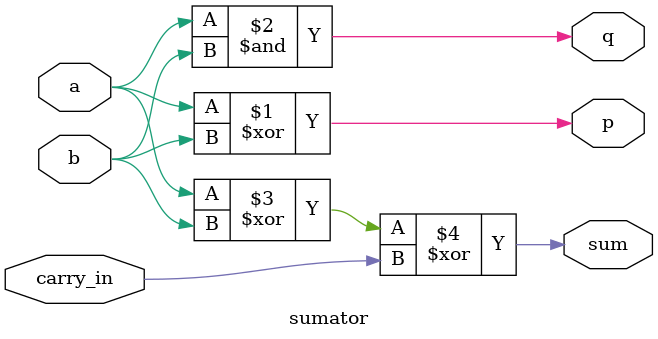
<source format=v>
module sumator(a, b, carry_in, sum, p, q);
	input a, b, carry_in;
	output sum, p, q;
	assign p = a ^ b;
	assign q = a & b;
	assign sum = (a ^ b) ^ carry_in;
endmodule

</source>
